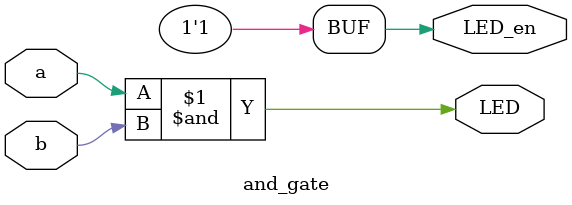
<source format=v>

(* top *) module and_gate(
  (* iopad_external_pin *) output LED,
  (* iopad_external_pin *) output LED_en,
  (* iopad_external_pin *) input a,  
  (* iopad_external_pin *) input b,
  );
  
  assign LED_en = 1'b1;
  assign LED = a & b;
  
endmodule

</source>
